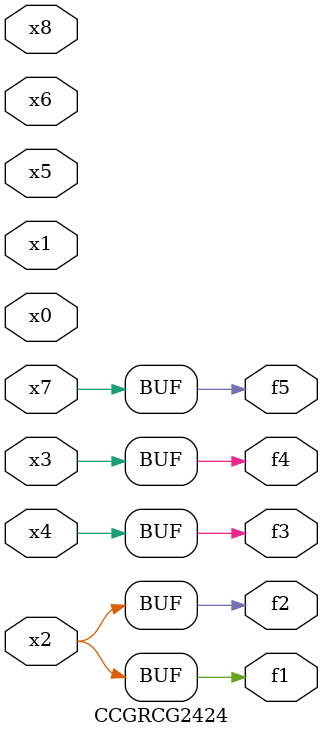
<source format=v>
module CCGRCG2424(
	input x0, x1, x2, x3, x4, x5, x6, x7, x8,
	output f1, f2, f3, f4, f5
);
	assign f1 = x2;
	assign f2 = x2;
	assign f3 = x4;
	assign f4 = x3;
	assign f5 = x7;
endmodule

</source>
